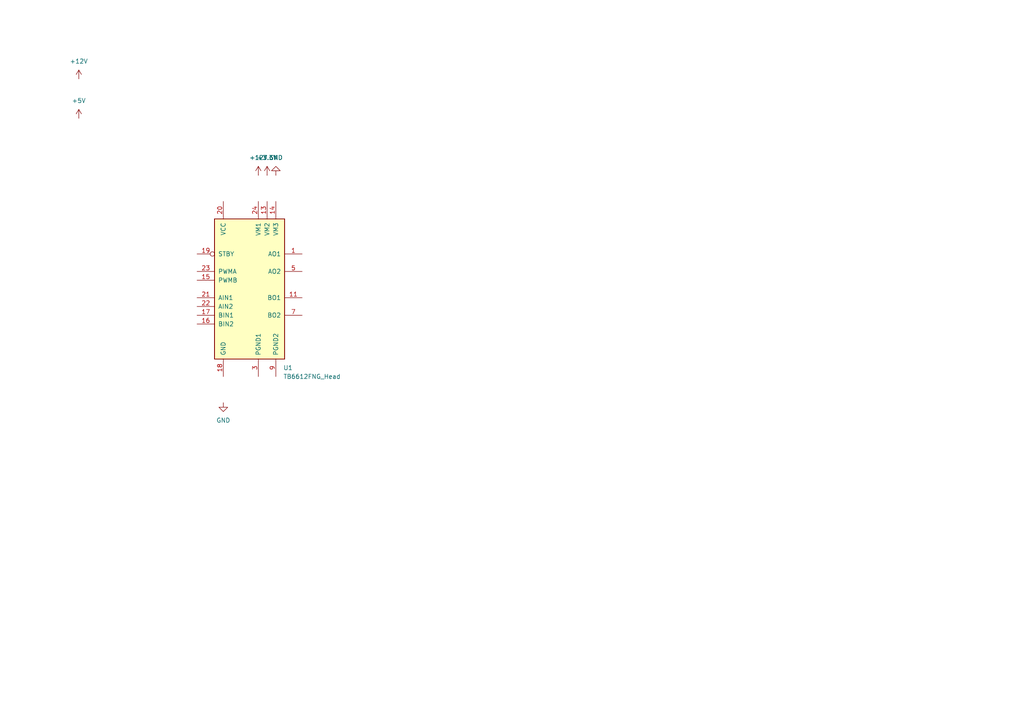
<source format=kicad_sch>
(kicad_sch (version 20250114) (generator "eeschema") (generator_version "9.0")
  (paper "A4")
  (title_block (title "Alexa Hospital Bed Controller") (company "JessicaOlaniyi"))
  (lib_symbols
    (symbol "Driver_Motor:TB6612FNG" (pin_names (offset 1.016))
      (property "Reference" "U" (at 11.43 17.78 0))
      (property "Value" "TB6612FNG" (at 11.43 15.24 0))
      (symbol "TB6612FNG_0_1"
        (rectangle (start -10.16 20.32) (end 10.16 -20.32) (stroke (width 0.254)) (fill (type background)))
      )
      (symbol "TB6612FNG_1_1"
        (pin input inverted (at -15.24 10.16 0) (length 5.08) (name "STBY") (number "19"))
        (pin input line (at -15.24 5.08 0) (length 5.08) (name "PWMA") (number "23"))
        (pin input line (at -15.24 2.54 0) (length 5.08) (name "PWMB") (number "15"))
        (pin input line (at -15.24 -2.54 0) (length 5.08) (name "AIN1") (number "21"))
        (pin input line (at -15.24 -5.08 0) (length 5.08) (name "AIN2") (number "22"))
        (pin input line (at -15.24 -7.62 0) (length 5.08) (name "BIN1") (number "17"))
        (pin input line (at -15.24 -10.16 0) (length 5.08) (name "BIN2") (number "16"))
        (pin power_in line (at -7.62 25.4 270) (length 5.08) (name "VCC") (number "20"))
        (pin power_in line (at -7.62 -25.4 90) (length 5.08) (name "GND") (number "18"))
        (pin power_in line (at 2.54 25.4 270) (length 5.08) (name "VM1") (number "24"))
        (pin power_in line (at 2.54 -25.4 90) (length 5.08) (name "PGND1") (number "3"))
        (pin passive line (at 2.54 -25.4 90) (length 5.08) (hide yes) (name "PGND1") (number "4"))
        (pin power_in line (at 5.08 25.4 270) (length 5.08) (name "VM2") (number "13"))
        (pin power_in line (at 7.62 25.4 270) (length 5.08) (name "VM3") (number "14"))
        (pin passive line (at 7.62 -25.4 90) (length 5.08) (hide yes) (name "PGND2") (number "10"))
        (pin power_in line (at 7.62 -25.4 90) (length 5.08) (name "PGND2") (number "9"))
        (pin output line (at 15.24 10.16 180) (length 5.08) (name "AO1") (number "1"))
        (pin passive line (at 15.24 10.16 180) (length 5.08) (hide yes) (name "AO1") (number "2"))
        (pin output line (at 15.24 5.08 180) (length 5.08) (name "AO2") (number "5"))
        (pin passive line (at 15.24 5.08 180) (length 5.08) (hide yes) (name "AO2") (number "6"))
        (pin output line (at 15.24 -2.54 180) (length 5.08) (name "BO1") (number "11"))
        (pin passive line (at 15.24 -2.54 180) (length 5.08) (hide yes) (name "BO1") (number "12"))
        (pin output line (at 15.24 -7.62 180) (length 5.08) (name "BO2") (number "7"))
        (pin passive line (at 15.24 -7.62 180) (length 5.08) (hide yes) (name "BO2") (number "8"))
      )
    )
    (symbol "power:+12V" (power) (pin_numbers (hide yes)) (pin_names (offset 0) (hide yes))
      (property "Value" "+12V" (at 0 3.556 0))
      (symbol "+12V_0_1"
        (polyline (pts (xy -0.762 1.27) (xy 0 2.54)))
        (polyline (pts (xy 0 2.54) (xy 0.762 1.27)))
        (polyline (pts (xy 0 0) (xy 0 2.54)))
      )
      (symbol "+12V_1_1"
        (pin power_in line (at 0 0 90) (length 0) (name "~") (number "1"))
      )
    )
    (symbol "power:+3.3V" (power) (pin_numbers (hide yes)) (pin_names (offset 0) (hide yes))
      (property "Value" "+3.3V" (at 0 3.556 0))
      (symbol "+3.3V_0_1"
        (polyline (pts (xy -0.762 1.27) (xy 0 2.54)))
        (polyline (pts (xy 0 2.54) (xy 0.762 1.27)))
        (polyline (pts (xy 0 0) (xy 0 2.54)))
      )
      (symbol "+3.3V_1_1"
        (pin power_in line (at 0 0 90) (length 0) (name "~") (number "1"))
      )
    )
    (symbol "power:+5V" (power) (pin_numbers (hide yes)) (pin_names (offset 0) (hide yes))
      (property "Value" "+5V" (at 0 3.556 0))
      (symbol "+5V_0_1"
        (polyline (pts (xy -0.762 1.27) (xy 0 2.54)))
        (polyline (pts (xy 0 2.54) (xy 0.762 1.27)))
        (polyline (pts (xy 0 0) (xy 0 2.54)))
      )
      (symbol "+5V_1_1"
        (pin power_in line (at 0 0 90) (length 0) (name "~") (number "1"))
      )
    )
    (symbol "power:GND" (power) (pin_numbers (hide yes)) (pin_names (offset 0) (hide yes))
      (property "Value" "GND" (at 0 -3.81 0))
      (symbol "GND_0_1"
        (polyline (pts (xy 0 0) (xy 0 -1.27) (xy 1.27 -1.27) (xy 0 -2.54) (xy -1.27 -1.27) (xy 0 -1.27)))
      )
      (symbol "GND_1_1"
        (pin power_in line (at 0 0 270) (length 0) (name "~") (number "1"))
      )
    )
  )
  (symbol (lib_id "power:+5V") (at 22.86 34.29 0) (unit 1)
    (property "Reference" "#PWR02" (effects (hide yes)))
    (property "Value" "+5V" (at 22.86 29.21 0))
    (property "Description" "Power symbol creates a global label with name \"+5V\"" (effects (hide yes)))
  )
  (symbol (lib_id "power:GND") (at 80.01 50.8 0) (mirror x) (unit 1)
    (property "Reference" "#PWR04" (effects (hide yes)))
    (property "Value" "GND" (at 80.01 45.72 0))
    (property "Description" "Power symbol creates a global label with name \"GND\" , ground" (effects (hide yes)))
  )
  (symbol (lib_id "Driver_Motor:TB6612FNG") (at 72.39 83.82 0) (unit 1)
    (property "Reference" "U1" (at 82.1533 106.68 0) (effects (justify left)))
    (property "Value" "TB6612FNG_Head" (at 82.1533 109.22 0) (effects (justify left)))
    (property "Footprint" "Package_SO:SSOP-24_5.3x8.2mm_P0.65mm" (effects (hide yes)))
    (property "Datasheet" "https://toshiba.semicon-storage.com/us/product/linear/motordriver/detail.TB6612FNG.html" (effects (hide yes)))
    (property "Description" "Driver IC for Dual DC motor, SSOP-24" (effects (hide yes)))
  )
  (symbol (lib_id "power:+3.3V") (at 77.47 50.8 0) (unit 1)
    (property "Reference" "#PWR03" (effects (hide yes)))
    (property "Value" "+3.3V" (at 77.47 45.72 0))
    (property "Description" "Power symbol creates a global label with name \"+3.3V\"" (effects (hide yes)))
  )
  (symbol (lib_id "power:GND") (at 64.77 116.84 0) (unit 1)
    (property "Reference" "#PWR05" (effects (hide yes)))
    (property "Value" "GND" (at 64.77 121.92 0))
    (property "Description" "Power symbol creates a global label with name \"GND\" , ground" (effects (hide yes)))
  )
  (symbol (lib_id "power:+12V") (at 22.86 22.86 0) (unit 1)
    (property "Reference" "#PWR01" (effects (hide yes)))
    (property "Value" "+12V" (at 22.86 17.78 0))
    (property "Description" "Power symbol creates a global label with name \"+12V\"" (effects (hide yes)))
  )
  (symbol (lib_id "power:+12V") (at 74.93 50.8 0) (unit 1)
    (property "Reference" "#PWR06" (effects (hide yes)))
    (property "Value" "+12V" (at 74.93 45.72 0))
    (property "Description" "Power symbol creates a global label with name \"+12V\"" (effects (hide yes)))
  )
)
</source>
